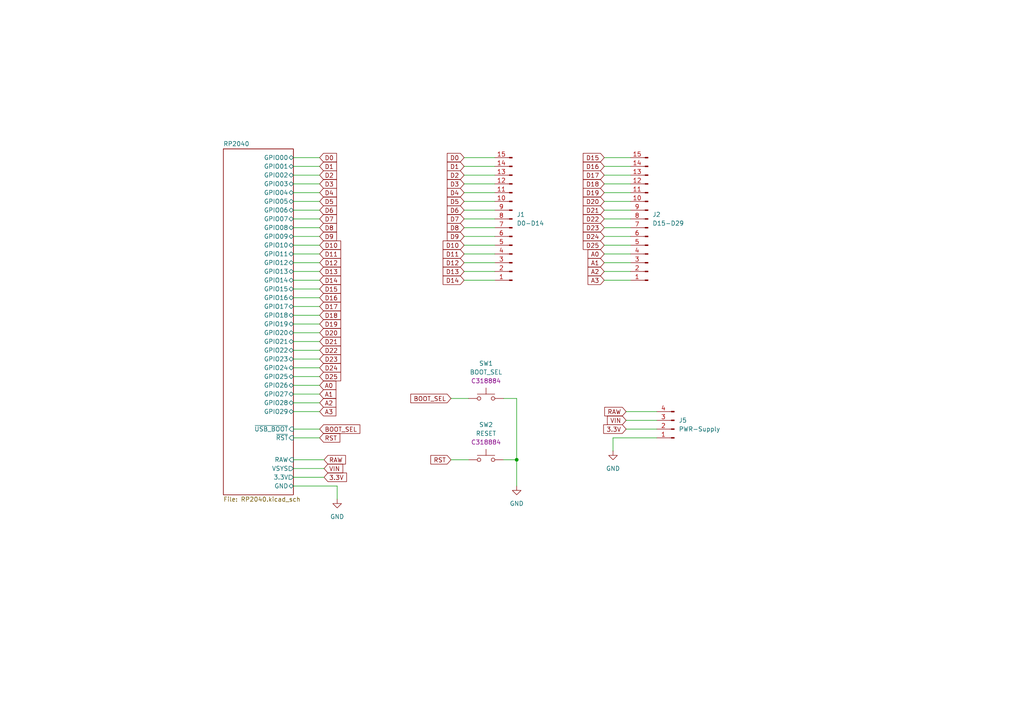
<source format=kicad_sch>
(kicad_sch (version 20250114) (generator "eeschema") (generator_version "9.0")
  (paper "A4")
  (title_block (date "${DATE}") (rev "${VERSION}"))
  (lib_symbols
    (symbol "Connector:Conn_01x04_Pin" (pin_names (offset 1.016) (hide yes))
      (property "Reference" "J" (at 0 5.08 0))
      (property "Value" "Conn_01x04_Pin" (at 0 -7.62 0))
      (symbol "Conn_01x04_Pin_1_1"
        (rectangle (start 0.8636 2.667) (end 0 2.413) (stroke (width 0.1524)) (fill (type outline)))
        (rectangle (start 0.8636 0.127) (end 0 -0.127) (stroke (width 0.1524)) (fill (type outline)))
        (rectangle (start 0.8636 -2.413) (end 0 -2.667) (stroke (width 0.1524)) (fill (type outline)))
        (rectangle (start 0.8636 -4.953) (end 0 -5.207) (stroke (width 0.1524)) (fill (type outline)))
        (polyline (pts (xy 1.27 2.54) (xy 0.8636 2.54)) (stroke (width 0.1524)))
        (polyline (pts (xy 1.27 0) (xy 0.8636 0)) (stroke (width 0.1524)))
        (polyline (pts (xy 1.27 -2.54) (xy 0.8636 -2.54)) (stroke (width 0.1524)))
        (polyline (pts (xy 1.27 -5.08) (xy 0.8636 -5.08)) (stroke (width 0.1524)))
        (pin passive line (at 5.08 2.54 180) (length 3.81) (name "Pin_1") (number "1"))
        (pin passive line (at 5.08 0 180) (length 3.81) (name "Pin_2") (number "2"))
        (pin passive line (at 5.08 -2.54 180) (length 3.81) (name "Pin_3") (number "3"))
        (pin passive line (at 5.08 -5.08 180) (length 3.81) (name "Pin_4") (number "4"))
      )
    )
    (symbol "Connector:Conn_01x15_Pin" (pin_names (offset 1.016) (hide yes))
      (property "Reference" "J" (at 0 20.32 0))
      (property "Value" "Conn_01x15_Pin" (at 0 -20.32 0))
      (symbol "Conn_01x15_Pin_1_1"
        (rectangle (start 0.8636 17.907) (end 0 17.653) (stroke (width 0.1524)) (fill (type outline)))
        (rectangle (start 0.8636 15.367) (end 0 15.113) (stroke (width 0.1524)) (fill (type outline)))
        (rectangle (start 0.8636 12.827) (end 0 12.573) (stroke (width 0.1524)) (fill (type outline)))
        (rectangle (start 0.8636 10.287) (end 0 10.033) (stroke (width 0.1524)) (fill (type outline)))
        (rectangle (start 0.8636 7.747) (end 0 7.493) (stroke (width 0.1524)) (fill (type outline)))
        (rectangle (start 0.8636 5.207) (end 0 4.953) (stroke (width 0.1524)) (fill (type outline)))
        (rectangle (start 0.8636 2.667) (end 0 2.413) (stroke (width 0.1524)) (fill (type outline)))
        (rectangle (start 0.8636 0.127) (end 0 -0.127) (stroke (width 0.1524)) (fill (type outline)))
        (rectangle (start 0.8636 -2.413) (end 0 -2.667) (stroke (width 0.1524)) (fill (type outline)))
        (rectangle (start 0.8636 -4.953) (end 0 -5.207) (stroke (width 0.1524)) (fill (type outline)))
        (rectangle (start 0.8636 -7.493) (end 0 -7.747) (stroke (width 0.1524)) (fill (type outline)))
        (rectangle (start 0.8636 -10.033) (end 0 -10.287) (stroke (width 0.1524)) (fill (type outline)))
        (rectangle (start 0.8636 -12.573) (end 0 -12.827) (stroke (width 0.1524)) (fill (type outline)))
        (rectangle (start 0.8636 -15.113) (end 0 -15.367) (stroke (width 0.1524)) (fill (type outline)))
        (rectangle (start 0.8636 -17.653) (end 0 -17.907) (stroke (width 0.1524)) (fill (type outline)))
        (polyline (pts (xy 1.27 17.78) (xy 0.8636 17.78)) (stroke (width 0.1524)))
        (polyline (pts (xy 1.27 15.24) (xy 0.8636 15.24)) (stroke (width 0.1524)))
        (polyline (pts (xy 1.27 12.7) (xy 0.8636 12.7)) (stroke (width 0.1524)))
        (polyline (pts (xy 1.27 10.16) (xy 0.8636 10.16)) (stroke (width 0.1524)))
        (polyline (pts (xy 1.27 7.62) (xy 0.8636 7.62)) (stroke (width 0.1524)))
        (polyline (pts (xy 1.27 5.08) (xy 0.8636 5.08)) (stroke (width 0.1524)))
        (polyline (pts (xy 1.27 2.54) (xy 0.8636 2.54)) (stroke (width 0.1524)))
        (polyline (pts (xy 1.27 0) (xy 0.8636 0)) (stroke (width 0.1524)))
        (polyline (pts (xy 1.27 -2.54) (xy 0.8636 -2.54)) (stroke (width 0.1524)))
        (polyline (pts (xy 1.27 -5.08) (xy 0.8636 -5.08)) (stroke (width 0.1524)))
        (polyline (pts (xy 1.27 -7.62) (xy 0.8636 -7.62)) (stroke (width 0.1524)))
        (polyline (pts (xy 1.27 -10.16) (xy 0.8636 -10.16)) (stroke (width 0.1524)))
        (polyline (pts (xy 1.27 -12.7) (xy 0.8636 -12.7)) (stroke (width 0.1524)))
        (polyline (pts (xy 1.27 -15.24) (xy 0.8636 -15.24)) (stroke (width 0.1524)))
        (polyline (pts (xy 1.27 -17.78) (xy 0.8636 -17.78)) (stroke (width 0.1524)))
        (pin passive line (at 5.08 17.78 180) (length 3.81) (name "Pin_1") (number "1"))
        (pin passive line (at 5.08 15.24 180) (length 3.81) (name "Pin_2") (number "2"))
        (pin passive line (at 5.08 12.7 180) (length 3.81) (name "Pin_3") (number "3"))
        (pin passive line (at 5.08 10.16 180) (length 3.81) (name "Pin_4") (number "4"))
        (pin passive line (at 5.08 7.62 180) (length 3.81) (name "Pin_5") (number "5"))
        (pin passive line (at 5.08 5.08 180) (length 3.81) (name "Pin_6") (number "6"))
        (pin passive line (at 5.08 2.54 180) (length 3.81) (name "Pin_7") (number "7"))
        (pin passive line (at 5.08 0 180) (length 3.81) (name "Pin_8") (number "8"))
        (pin passive line (at 5.08 -2.54 180) (length 3.81) (name "Pin_9") (number "9"))
        (pin passive line (at 5.08 -5.08 180) (length 3.81) (name "Pin_10") (number "10"))
        (pin passive line (at 5.08 -7.62 180) (length 3.81) (name "Pin_11") (number "11"))
        (pin passive line (at 5.08 -10.16 180) (length 3.81) (name "Pin_12") (number "12"))
        (pin passive line (at 5.08 -12.7 180) (length 3.81) (name "Pin_13") (number "13"))
        (pin passive line (at 5.08 -15.24 180) (length 3.81) (name "Pin_14") (number "14"))
        (pin passive line (at 5.08 -17.78 180) (length 3.81) (name "Pin_15") (number "15"))
      )
    )
    (symbol "_Own_Library:Switch_SMD_5x5_XKB_TS-1187" (pin_numbers (hide yes)) (pin_names (offset 1.016) (hide yes))
      (property "Reference" "SW" (at 1.27 2.54 0))
      (property "Value" "Switch_SMD_5x5_XKB_TS-1187" (at 0 -1.524 0))
      (property "JLCPCB" "C318884" (at 0 0 0))
      (symbol "Switch_SMD_5x5_XKB_TS-1187_0_1"
        (circle (center -2.032 0) (radius 0.508))
        (polyline (pts (xy 0 1.27) (xy 0 3.048)))
        (circle (center 2.032 0) (radius 0.508))
        (polyline (pts (xy 2.54 1.27) (xy -2.54 1.27)))
        (pin passive line (at -5.08 0 0) (length 2.54) (name "1") (number "1"))
        (pin passive line (at 5.08 0 180) (length 2.54) (name "2") (number "2"))
      )
    )
    (symbol "power:GND" (power) (pin_numbers (hide yes)) (pin_names (offset 0) (hide yes))
      (property "Value" "GND" (at 0 -3.81 0))
      (symbol "GND_0_1"
        (polyline (pts (xy 0 0) (xy 0 -1.27) (xy 1.27 -1.27) (xy 0 -2.54) (xy -1.27 -1.27) (xy 0 -1.27)))
      )
      (symbol "GND_1_1"
        (pin power_in line (at 0 0 270) (length 0) (name "~") (number "1"))
      )
    )
  )
  (junction (at 149.86 133.35))
  (wire (pts (xy 97.79 140.97) (xy 97.79 144.78)))
  (wire (pts (xy 85.09 88.9) (xy 92.71 88.9)))
  (wire (pts (xy 85.09 116.84) (xy 92.71 116.84)))
  (wire (pts (xy 182.88 45.72) (xy 175.26 45.72)))
  (wire (pts (xy 85.09 109.22) (xy 92.71 109.22)))
  (wire (pts (xy 182.88 63.5) (xy 175.26 63.5)))
  (wire (pts (xy 85.09 60.96) (xy 92.71 60.96)))
  (wire (pts (xy 182.88 58.42) (xy 175.26 58.42)))
  (wire (pts (xy 85.09 86.36) (xy 92.71 86.36)))
  (wire (pts (xy 85.09 55.88) (xy 92.71 55.88)))
  (wire (pts (xy 85.09 45.72) (xy 92.71 45.72)))
  (wire (pts (xy 85.09 48.26) (xy 92.71 48.26)))
  (wire (pts (xy 134.62 55.88) (xy 143.51 55.88)))
  (wire (pts (xy 134.62 58.42) (xy 143.51 58.42)))
  (wire (pts (xy 182.88 50.8) (xy 175.26 50.8)))
  (wire (pts (xy 134.62 68.58) (xy 143.51 68.58)))
  (wire (pts (xy 134.62 73.66) (xy 143.51 73.66)))
  (wire (pts (xy 134.62 71.12) (xy 143.51 71.12)))
  (wire (pts (xy 134.62 78.74) (xy 143.51 78.74)))
  (wire (pts (xy 149.86 115.57) (xy 146.05 115.57)))
  (wire (pts (xy 85.09 50.8) (xy 92.71 50.8)))
  (wire (pts (xy 182.88 55.88) (xy 175.26 55.88)))
  (wire (pts (xy 190.5 124.46) (xy 181.61 124.46)))
  (wire (pts (xy 177.8 127) (xy 177.8 130.81)))
  (wire (pts (xy 149.86 133.35) (xy 149.86 140.97)))
  (wire (pts (xy 134.62 50.8) (xy 143.51 50.8)))
  (wire (pts (xy 85.09 73.66) (xy 92.71 73.66)))
  (wire (pts (xy 85.09 99.06) (xy 92.71 99.06)))
  (wire (pts (xy 190.5 119.38) (xy 181.61 119.38)))
  (wire (pts (xy 85.09 83.82) (xy 92.71 83.82)))
  (wire (pts (xy 134.62 76.2) (xy 143.51 76.2)))
  (wire (pts (xy 182.88 48.26) (xy 175.26 48.26)))
  (wire (pts (xy 85.09 119.38) (xy 92.71 119.38)))
  (wire (pts (xy 134.62 66.04) (xy 143.51 66.04)))
  (wire (pts (xy 85.09 133.35) (xy 93.98 133.35)))
  (wire (pts (xy 85.09 66.04) (xy 92.71 66.04)))
  (wire (pts (xy 182.88 53.34) (xy 175.26 53.34)))
  (wire (pts (xy 182.88 60.96) (xy 175.26 60.96)))
  (wire (pts (xy 85.09 53.34) (xy 92.71 53.34)))
  (wire (pts (xy 134.62 45.72) (xy 143.51 45.72)))
  (wire (pts (xy 182.88 76.2) (xy 175.26 76.2)))
  (wire (pts (xy 85.09 63.5) (xy 92.71 63.5)))
  (wire (pts (xy 85.09 104.14) (xy 92.71 104.14)))
  (wire (pts (xy 85.09 96.52) (xy 92.71 96.52)))
  (wire (pts (xy 182.88 78.74) (xy 175.26 78.74)))
  (wire (pts (xy 134.62 81.28) (xy 143.51 81.28)))
  (wire (pts (xy 85.09 93.98) (xy 92.71 93.98)))
  (wire (pts (xy 149.86 115.57) (xy 149.86 133.35)))
  (wire (pts (xy 134.62 60.96) (xy 143.51 60.96)))
  (wire (pts (xy 190.5 127) (xy 177.8 127)))
  (wire (pts (xy 182.88 66.04) (xy 175.26 66.04)))
  (wire (pts (xy 182.88 71.12) (xy 175.26 71.12)))
  (wire (pts (xy 182.88 73.66) (xy 175.26 73.66)))
  (wire (pts (xy 85.09 91.44) (xy 92.71 91.44)))
  (wire (pts (xy 85.09 101.6) (xy 92.71 101.6)))
  (wire (pts (xy 134.62 53.34) (xy 143.51 53.34)))
  (wire (pts (xy 85.09 78.74) (xy 92.71 78.74)))
  (wire (pts (xy 85.09 124.46) (xy 92.71 124.46)))
  (wire (pts (xy 85.09 81.28) (xy 92.71 81.28)))
  (wire (pts (xy 85.09 138.43) (xy 93.98 138.43)))
  (wire (pts (xy 182.88 68.58) (xy 175.26 68.58)))
  (wire (pts (xy 85.09 68.58) (xy 92.71 68.58)))
  (wire (pts (xy 130.81 115.57) (xy 135.89 115.57)))
  (wire (pts (xy 190.5 121.92) (xy 181.61 121.92)))
  (wire (pts (xy 85.09 106.68) (xy 92.71 106.68)))
  (wire (pts (xy 146.05 133.35) (xy 149.86 133.35)))
  (wire (pts (xy 85.09 114.3) (xy 92.71 114.3)))
  (wire (pts (xy 85.09 127) (xy 92.71 127)))
  (wire (pts (xy 134.62 48.26) (xy 143.51 48.26)))
  (wire (pts (xy 85.09 58.42) (xy 92.71 58.42)))
  (wire (pts (xy 134.62 63.5) (xy 143.51 63.5)))
  (wire (pts (xy 85.09 76.2) (xy 92.71 76.2)))
  (wire (pts (xy 85.09 71.12) (xy 92.71 71.12)))
  (wire (pts (xy 182.88 81.28) (xy 175.26 81.28)))
  (wire (pts (xy 130.81 133.35) (xy 135.89 133.35)))
  (wire (pts (xy 85.09 135.89) (xy 93.98 135.89)))
  (wire (pts (xy 85.09 111.76) (xy 92.71 111.76)))
  (wire (pts (xy 85.09 140.97) (xy 97.79 140.97)))
  (global_label "D11" (shape input) (at 134.62 73.66 180) (property "Intersheetrefs" "${INTERSHEET_REFS}" (effects (hide yes))))
  (global_label "D12" (shape input) (at 134.62 76.2 180) (property "Intersheetrefs" "${INTERSHEET_REFS}" (effects (hide yes))))
  (global_label "D5" (shape input) (at 92.71 58.42 0) (property "Intersheetrefs" "${INTERSHEET_REFS}" (effects (hide yes))))
  (global_label "D23" (shape input) (at 92.71 104.14 0) (property "Intersheetrefs" "${INTERSHEET_REFS}" (effects (hide yes))))
  (global_label "A2" (shape input) (at 175.26 78.74 180) (property "Intersheetrefs" "${INTERSHEET_REFS}" (effects (hide yes))))
  (global_label "D24" (shape input) (at 175.26 68.58 180) (property "Intersheetrefs" "${INTERSHEET_REFS}" (effects (hide yes))))
  (global_label "A3" (shape input) (at 92.71 119.38 0) (property "Intersheetrefs" "${INTERSHEET_REFS}" (effects (hide yes))))
  (global_label "D21" (shape input) (at 92.71 99.06 0) (property "Intersheetrefs" "${INTERSHEET_REFS}" (effects (hide yes))))
  (global_label "D19" (shape input) (at 92.71 93.98 0) (property "Intersheetrefs" "${INTERSHEET_REFS}" (effects (hide yes))))
  (global_label "D3" (shape input) (at 134.62 53.34 180) (property "Intersheetrefs" "${INTERSHEET_REFS}" (effects (hide yes))))
  (global_label "A2" (shape input) (at 92.71 116.84 0) (property "Intersheetrefs" "${INTERSHEET_REFS}" (effects (hide yes))))
  (global_label "D23" (shape input) (at 175.26 66.04 180) (property "Intersheetrefs" "${INTERSHEET_REFS}" (effects (hide yes))))
  (global_label "D2" (shape input) (at 92.71 50.8 0) (property "Intersheetrefs" "${INTERSHEET_REFS}" (effects (hide yes))))
  (global_label "3.3V" (shape input) (at 93.98 138.43 0) (property "Intersheetrefs" "${INTERSHEET_REFS}" (effects (hide yes))))
  (global_label "A1" (shape input) (at 175.26 76.2 180) (property "Intersheetrefs" "${INTERSHEET_REFS}" (effects (hide yes))))
  (global_label "D8" (shape input) (at 134.62 66.04 180) (property "Intersheetrefs" "${INTERSHEET_REFS}" (effects (hide yes))))
  (global_label "D9" (shape input) (at 134.62 68.58 180) (property "Intersheetrefs" "${INTERSHEET_REFS}" (effects (hide yes))))
  (global_label "D17" (shape input) (at 175.26 50.8 180) (property "Intersheetrefs" "${INTERSHEET_REFS}" (effects (hide yes))))
  (global_label "VIN" (shape input) (at 181.61 121.92 180) (property "Intersheetrefs" "${INTERSHEET_REFS}" (effects (hide yes))))
  (global_label "D7" (shape input) (at 134.62 63.5 180) (property "Intersheetrefs" "${INTERSHEET_REFS}" (effects (hide yes))))
  (global_label "D21" (shape input) (at 175.26 60.96 180) (property "Intersheetrefs" "${INTERSHEET_REFS}" (effects (hide yes))))
  (global_label "D7" (shape input) (at 92.71 63.5 0) (property "Intersheetrefs" "${INTERSHEET_REFS}" (effects (hide yes))))
  (global_label "BOOT_SEL" (shape input) (at 92.71 124.46 0) (property "Intersheetrefs" "${INTERSHEET_REFS}" (effects (hide yes))))
  (global_label "D25" (shape input) (at 175.26 71.12 180) (property "Intersheetrefs" "${INTERSHEET_REFS}" (effects (hide yes))))
  (global_label "3.3V" (shape input) (at 181.61 124.46 180) (property "Intersheetrefs" "${INTERSHEET_REFS}" (effects (hide yes))))
  (global_label "D22" (shape input) (at 175.26 63.5 180) (property "Intersheetrefs" "${INTERSHEET_REFS}" (effects (hide yes))))
  (global_label "D14" (shape input) (at 134.62 81.28 180) (property "Intersheetrefs" "${INTERSHEET_REFS}" (effects (hide yes))))
  (global_label "D0" (shape input) (at 134.62 45.72 180) (property "Intersheetrefs" "${INTERSHEET_REFS}" (effects (hide yes))))
  (global_label "D16" (shape input) (at 175.26 48.26 180) (property "Intersheetrefs" "${INTERSHEET_REFS}" (effects (hide yes))))
  (global_label "D20" (shape input) (at 175.26 58.42 180) (property "Intersheetrefs" "${INTERSHEET_REFS}" (effects (hide yes))))
  (global_label "D18" (shape input) (at 92.71 91.44 0) (property "Intersheetrefs" "${INTERSHEET_REFS}" (effects (hide yes))))
  (global_label "RAW" (shape input) (at 93.98 133.35 0) (property "Intersheetrefs" "${INTERSHEET_REFS}" (effects (hide yes))))
  (global_label "D20" (shape input) (at 92.71 96.52 0) (property "Intersheetrefs" "${INTERSHEET_REFS}" (effects (hide yes))))
  (global_label "D6" (shape input) (at 134.62 60.96 180) (property "Intersheetrefs" "${INTERSHEET_REFS}" (effects (hide yes))))
  (global_label "RST" (shape input) (at 92.71 127 0) (property "Intersheetrefs" "${INTERSHEET_REFS}" (effects (hide yes))))
  (global_label "D3" (shape input) (at 92.71 53.34 0) (property "Intersheetrefs" "${INTERSHEET_REFS}" (effects (hide yes))))
  (global_label "RAW" (shape input) (at 181.61 119.38 180) (property "Intersheetrefs" "${INTERSHEET_REFS}" (effects (hide yes))))
  (global_label "D13" (shape input) (at 92.71 78.74 0) (property "Intersheetrefs" "${INTERSHEET_REFS}" (effects (hide yes))))
  (global_label "D13" (shape input) (at 134.62 78.74 180) (property "Intersheetrefs" "${INTERSHEET_REFS}" (effects (hide yes))))
  (global_label "D4" (shape input) (at 92.71 55.88 0) (property "Intersheetrefs" "${INTERSHEET_REFS}" (effects (hide yes))))
  (global_label "D5" (shape input) (at 134.62 58.42 180) (property "Intersheetrefs" "${INTERSHEET_REFS}" (effects (hide yes))))
  (global_label "A3" (shape input) (at 175.26 81.28 180) (property "Intersheetrefs" "${INTERSHEET_REFS}" (effects (hide yes))))
  (global_label "BOOT_SEL" (shape input) (at 130.81 115.57 180) (property "Intersheetrefs" "${INTERSHEET_REFS}" (effects (hide yes))))
  (global_label "D25" (shape input) (at 92.71 109.22 0) (property "Intersheetrefs" "${INTERSHEET_REFS}" (effects (hide yes))))
  (global_label "D18" (shape input) (at 175.26 53.34 180) (property "Intersheetrefs" "${INTERSHEET_REFS}" (effects (hide yes))))
  (global_label "D24" (shape input) (at 92.71 106.68 0) (property "Intersheetrefs" "${INTERSHEET_REFS}" (effects (hide yes))))
  (global_label "D11" (shape input) (at 92.71 73.66 0) (property "Intersheetrefs" "${INTERSHEET_REFS}" (effects (hide yes))))
  (global_label "D10" (shape input) (at 92.71 71.12 0) (property "Intersheetrefs" "${INTERSHEET_REFS}" (effects (hide yes))))
  (global_label "D4" (shape input) (at 134.62 55.88 180) (property "Intersheetrefs" "${INTERSHEET_REFS}" (effects (hide yes))))
  (global_label "D9" (shape input) (at 92.71 68.58 0) (property "Intersheetrefs" "${INTERSHEET_REFS}" (effects (hide yes))))
  (global_label "D1" (shape input) (at 92.71 48.26 0) (property "Intersheetrefs" "${INTERSHEET_REFS}" (effects (hide yes))))
  (global_label "D17" (shape input) (at 92.71 88.9 0) (property "Intersheetrefs" "${INTERSHEET_REFS}" (effects (hide yes))))
  (global_label "D16" (shape input) (at 92.71 86.36 0) (property "Intersheetrefs" "${INTERSHEET_REFS}" (effects (hide yes))))
  (global_label "D8" (shape input) (at 92.71 66.04 0) (property "Intersheetrefs" "${INTERSHEET_REFS}" (effects (hide yes))))
  (global_label "D12" (shape input) (at 92.71 76.2 0) (property "Intersheetrefs" "${INTERSHEET_REFS}" (effects (hide yes))))
  (global_label "D10" (shape input) (at 134.62 71.12 180) (property "Intersheetrefs" "${INTERSHEET_REFS}" (effects (hide yes))))
  (global_label "D6" (shape input) (at 92.71 60.96 0) (property "Intersheetrefs" "${INTERSHEET_REFS}" (effects (hide yes))))
  (global_label "D14" (shape input) (at 92.71 81.28 0) (property "Intersheetrefs" "${INTERSHEET_REFS}" (effects (hide yes))))
  (global_label "D22" (shape input) (at 92.71 101.6 0) (property "Intersheetrefs" "${INTERSHEET_REFS}" (effects (hide yes))))
  (global_label "D19" (shape input) (at 175.26 55.88 180) (property "Intersheetrefs" "${INTERSHEET_REFS}" (effects (hide yes))))
  (global_label "D1" (shape input) (at 134.62 48.26 180) (property "Intersheetrefs" "${INTERSHEET_REFS}" (effects (hide yes))))
  (global_label "A0" (shape input) (at 175.26 73.66 180) (property "Intersheetrefs" "${INTERSHEET_REFS}" (effects (hide yes))))
  (global_label "D15" (shape input) (at 175.26 45.72 180) (property "Intersheetrefs" "${INTERSHEET_REFS}" (effects (hide yes))))
  (global_label "VIN" (shape input) (at 93.98 135.89 0) (property "Intersheetrefs" "${INTERSHEET_REFS}" (effects (hide yes))))
  (global_label "RST" (shape input) (at 130.81 133.35 180) (property "Intersheetrefs" "${INTERSHEET_REFS}" (effects (hide yes))))
  (global_label "D15" (shape input) (at 92.71 83.82 0) (property "Intersheetrefs" "${INTERSHEET_REFS}" (effects (hide yes))))
  (global_label "D0" (shape input) (at 92.71 45.72 0) (property "Intersheetrefs" "${INTERSHEET_REFS}" (effects (hide yes))))
  (global_label "D2" (shape input) (at 134.62 50.8 180) (property "Intersheetrefs" "${INTERSHEET_REFS}" (effects (hide yes))))
  (global_label "A1" (shape input) (at 92.71 114.3 0) (property "Intersheetrefs" "${INTERSHEET_REFS}" (effects (hide yes))))
  (global_label "A0" (shape input) (at 92.71 111.76 0) (property "Intersheetrefs" "${INTERSHEET_REFS}" (effects (hide yes))))
  (symbol (lib_id "power:GND") (at 97.79 144.78 0) (unit 1)
    (property "Reference" "#PWR04" (effects (hide yes)))
    (property "Value" "GND" (at 97.79 149.86 0))
    (property "Description" "Power symbol creates a global label with name \"GND\" , ground" (effects (hide yes)))
  )
  (symbol (lib_id "_Own_Library:Switch_SMD_5x5_XKB_TS-1187") (at 140.97 133.35 0) (unit 1)
    (property "Reference" "SW2" (at 140.97 123.19 0))
    (property "Value" "RESET" (at 140.97 125.73 0))
    (property "Footprint" "_Own_Library:SW_Push_1P1T_XKB_TS-1187A" (effects (hide yes)))
    (property "Description" "Push button switch, generic, two pins" (effects (hide yes)))
    (property "JLCPCB" "C318884" (at 140.97 128.27 0))
  )
  (symbol (lib_id "_Own_Library:Switch_SMD_5x5_XKB_TS-1187") (at 140.97 115.57 0) (unit 1)
    (property "Reference" "SW1" (at 140.97 105.41 0))
    (property "Value" "BOOT_SEL" (at 140.97 107.95 0))
    (property "Footprint" "_Own_Library:SW_Push_1P1T_XKB_TS-1187A" (effects (hide yes)))
    (property "Description" "Push button switch, generic, two pins" (effects (hide yes)))
    (property "JLCPCB" "C318884" (at 140.97 110.49 0))
  )
  (symbol (lib_id "Connector:Conn_01x04_Pin") (at 195.58 124.46 180) (unit 1)
    (property "Reference" "J5" (at 196.85 121.9199 0) (effects (justify right)))
    (property "Value" "PWR-Supply" (at 196.85 124.4599 0) (effects (justify right)))
    (property "Footprint" "Connector_PinHeader_2.54mm:PinHeader_1x04_P2.54mm_Vertical" (effects (hide yes)))
    (property "Description" "Generic connector, single row, 01x04, script generated" (effects (hide yes)))
  )
  (symbol (lib_id "power:GND") (at 177.8 130.81 0) (unit 1)
    (property "Reference" "#PWR03" (effects (hide yes)))
    (property "Value" "GND" (at 177.8 135.89 0))
    (property "Description" "Power symbol creates a global label with name \"GND\" , ground" (effects (hide yes)))
  )
  (symbol (lib_id "Connector:Conn_01x15_Pin") (at 148.59 63.5 180) (unit 1)
    (property "Reference" "J1" (at 149.86 62.2299 0) (effects (justify right)))
    (property "Value" "D0-D14" (at 149.86 64.7699 0) (effects (justify right)))
    (property "Footprint" "Connector_PinHeader_2.54mm:PinHeader_1x15_P2.54mm_Vertical" (effects (hide yes)))
    (property "Description" "Generic connector, single row, 01x15, script generated" (effects (hide yes)))
  )
  (symbol (lib_id "Connector:Conn_01x15_Pin") (at 187.96 63.5 180) (unit 1)
    (property "Reference" "J2" (at 189.23 62.2299 0) (effects (justify right)))
    (property "Value" "D15-D29" (at 189.23 64.7699 0) (effects (justify right)))
    (property "Footprint" "Connector_PinHeader_2.54mm:PinHeader_1x15_P2.54mm_Vertical" (effects (hide yes)))
    (property "Description" "Generic connector, single row, 01x15, script generated" (effects (hide yes)))
  )
  (symbol (lib_id "power:GND") (at 149.86 140.97 0) (unit 1)
    (property "Reference" "#PWR07" (effects (hide yes)))
    (property "Value" "GND" (at 149.86 146.05 0))
    (property "Description" "Power symbol creates a global label with name \"GND\" , ground" (effects (hide yes)))
  )
  (sheet (at 64.77 43.18) (size 20.32 100.33) (stroke (width 0.1524))
    (property "Sheetname" "RP2040" (at 64.77 42.4684 0) (effects (justify left bottom)))
    (property "Sheetfile" "RP2040.kicad_sch" (at 64.77 144.0946 0) (effects (justify left top)))
    (pin "GPIO06" bidirectional (at 85.09 60.96 0))
    (pin "GPIO08" bidirectional (at 85.09 66.04 0))
    (pin "GPIO07" bidirectional (at 85.09 63.5 0))
    (pin "GPIO09" bidirectional (at 85.09 68.58 0))
    (pin "GPIO00" bidirectional (at 85.09 45.72 0))
    (pin "GPIO05" bidirectional (at 85.09 58.42 0))
    (pin "GPIO03" bidirectional (at 85.09 53.34 0))
    (pin "GPIO04" bidirectional (at 85.09 55.88 0))
    (pin "GPIO02" bidirectional (at 85.09 50.8 0))
    (pin "GPIO01" bidirectional (at 85.09 48.26 0))
    (pin "GPIO10" bidirectional (at 85.09 71.12 0))
    (pin "GPIO12" bidirectional (at 85.09 76.2 0))
    (pin "GPIO13" bidirectional (at 85.09 78.74 0))
    (pin "GPIO17" bidirectional (at 85.09 88.9 0))
    (pin "GPIO16" bidirectional (at 85.09 86.36 0))
    (pin "GPIO11" bidirectional (at 85.09 73.66 0))
    (pin "GPIO15" bidirectional (at 85.09 83.82 0))
    (pin "GPIO14" bidirectional (at 85.09 81.28 0))
    (pin "GPIO21" bidirectional (at 85.09 99.06 0))
    (pin "GPIO25" bidirectional (at 85.09 109.22 0))
    (pin "GPIO22" bidirectional (at 85.09 101.6 0))
    (pin "GPIO24" bidirectional (at 85.09 106.68 0))
    (pin "GPIO23" bidirectional (at 85.09 104.14 0))
    (pin "GPIO19" bidirectional (at 85.09 93.98 0))
    (pin "GPIO18" bidirectional (at 85.09 91.44 0))
    (pin "GPIO20" bidirectional (at 85.09 96.52 0))
    (pin "GPIO29" bidirectional (at 85.09 119.38 0))
    (pin "GPIO27" bidirectional (at 85.09 114.3 0))
    (pin "GPIO28" bidirectional (at 85.09 116.84 0))
    (pin "GPIO26" bidirectional (at 85.09 111.76 0))
    (pin "~{USB_BOOT}" input (at 85.09 124.46 0))
    (pin "GND" bidirectional (at 85.09 140.97 0))
    (pin "VSYS" output (at 85.09 135.89 0))
    (pin "RAW" input (at 85.09 133.35 0))
    (pin "3.3V" output (at 85.09 138.43 0))
    (pin "~{RST}" input (at 85.09 127 0))
  )
)
</source>
